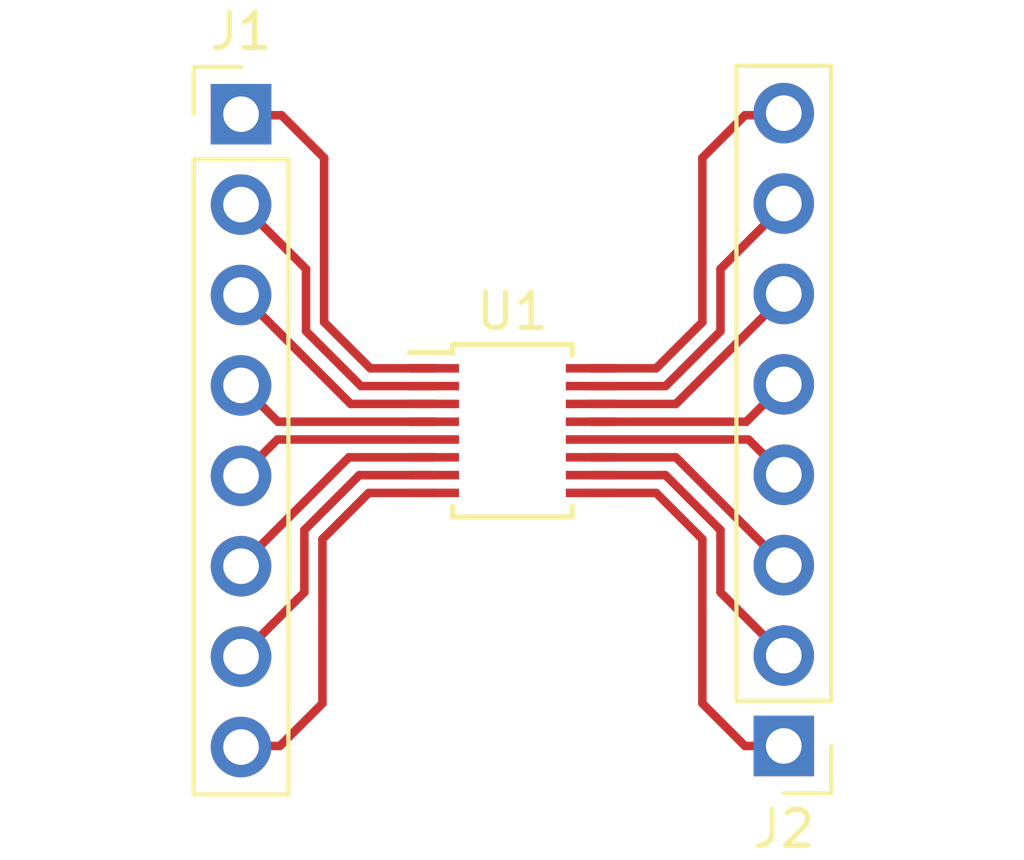
<source format=kicad_pcb>
(kicad_pcb (version 20171130) (host pcbnew 5.0.0)

  (general
    (thickness 1.6)
    (drawings 0)
    (tracks 52)
    (zones 0)
    (modules 3)
    (nets 17)
  )

  (page A4)
  (layers
    (0 F.Cu signal)
    (31 B.Cu signal)
    (32 B.Adhes user)
    (33 F.Adhes user)
    (34 B.Paste user)
    (35 F.Paste user)
    (36 B.SilkS user)
    (37 F.SilkS user)
    (38 B.Mask user)
    (39 F.Mask user)
    (40 Dwgs.User user)
    (41 Cmts.User user)
    (42 Eco1.User user)
    (43 Eco2.User user)
    (44 Edge.Cuts user)
    (45 Margin user)
    (46 B.CrtYd user)
    (47 F.CrtYd user)
    (48 B.Fab user)
    (49 F.Fab user)
  )

  (setup
    (last_trace_width 0.24)
    (trace_clearance 0.254)
    (zone_clearance 0.508)
    (zone_45_only no)
    (trace_min 0.2)
    (segment_width 0.2)
    (edge_width 0.15)
    (via_size 0.8)
    (via_drill 0.4)
    (via_min_size 0.4)
    (via_min_drill 0.3)
    (uvia_size 0.3)
    (uvia_drill 0.1)
    (uvias_allowed no)
    (uvia_min_size 0.2)
    (uvia_min_drill 0.1)
    (pcb_text_width 0.3)
    (pcb_text_size 1.5 1.5)
    (mod_edge_width 0.15)
    (mod_text_size 1 1)
    (mod_text_width 0.15)
    (pad_size 1.524 1.524)
    (pad_drill 0.762)
    (pad_to_mask_clearance 0.2)
    (aux_axis_origin 0 0)
    (grid_origin 25.654 23.876)
    (visible_elements FFFFFF7F)
    (pcbplotparams
      (layerselection 0x010fc_ffffffff)
      (usegerberextensions false)
      (usegerberattributes false)
      (usegerberadvancedattributes false)
      (creategerberjobfile false)
      (excludeedgelayer true)
      (linewidth 0.100000)
      (plotframeref false)
      (viasonmask false)
      (mode 1)
      (useauxorigin false)
      (hpglpennumber 1)
      (hpglpenspeed 20)
      (hpglpendiameter 15.000000)
      (psnegative false)
      (psa4output false)
      (plotreference true)
      (plotvalue true)
      (plotinvisibletext false)
      (padsonsilk false)
      (subtractmaskfromsilk false)
      (outputformat 1)
      (mirror false)
      (drillshape 1)
      (scaleselection 1)
      (outputdirectory ""))
  )

  (net 0 "")
  (net 1 1)
  (net 2 2)
  (net 3 3)
  (net 4 4)
  (net 5 5)
  (net 6 12)
  (net 7 13)
  (net 8 14)
  (net 9 15)
  (net 10 16)
  (net 11 6)
  (net 12 7)
  (net 13 8)
  (net 14 11)
  (net 15 10)
  (net 16 9)

  (net_class Default "This is the default net class."
    (clearance 0.254)
    (trace_width 0.24)
    (via_dia 0.8)
    (via_drill 0.4)
    (uvia_dia 0.3)
    (uvia_drill 0.1)
    (add_net 1)
    (add_net 10)
    (add_net 11)
    (add_net 12)
    (add_net 13)
    (add_net 14)
    (add_net 15)
    (add_net 16)
    (add_net 2)
    (add_net 3)
    (add_net 4)
    (add_net 5)
    (add_net 6)
    (add_net 7)
    (add_net 8)
    (add_net 9)
  )

  (module FSFootprints:MSOP-16_[LTC6820]_10_thou_compat (layer F.Cu) (tedit 5C883930) (tstamp 5C94C084)
    (at 33.274 32.766)
    (descr "10-Lead Plastic Micro Small Outline Package (MS) [MSOP] (see Microchip Packaging Specification 00000049BS.pdf)")
    (tags "SSOP 0.5")
    (path /5C8835D9)
    (attr smd)
    (fp_text reference U1 (at 0 -3.35) (layer F.SilkS)
      (effects (font (size 1 1) (thickness 0.15)))
    )
    (fp_text value LTC6820 (at 0 3.5) (layer F.Fab)
      (effects (font (size 1 1) (thickness 0.15)))
    )
    (fp_text user %R (at 0 0) (layer F.Fab)
      (effects (font (size 0.6 0.6) (thickness 0.15)))
    )
    (fp_line (start -1.675 -2.2) (end -2.9 -2.2) (layer F.SilkS) (width 0.15))
    (fp_line (start -1.675 2.425) (end 1.675 2.425) (layer F.SilkS) (width 0.15))
    (fp_line (start -1.675 -2.425) (end 1.675 -2.425) (layer F.SilkS) (width 0.15))
    (fp_line (start -1.675 2.425) (end -1.675 2.125) (layer F.SilkS) (width 0.15))
    (fp_line (start 1.675 2.425) (end 1.675 2.125) (layer F.SilkS) (width 0.15))
    (fp_line (start 1.675 -2.425) (end 1.675 -2.125) (layer F.SilkS) (width 0.15))
    (fp_line (start -1.675 -2.425) (end -1.675 -2.2) (layer F.SilkS) (width 0.15))
    (fp_line (start -3.15 2.6) (end 3.15 2.6) (layer F.CrtYd) (width 0.05))
    (fp_line (start -3.15 -2.6) (end 3.15 -2.6) (layer F.CrtYd) (width 0.05))
    (fp_line (start 3.15 -2.6) (end 3.15 2.6) (layer F.CrtYd) (width 0.05))
    (fp_line (start -3.15 -2.6) (end -3.15 2.6) (layer F.CrtYd) (width 0.05))
    (fp_line (start -1.5 -1) (end -0.5 -2) (layer F.Fab) (width 0.15))
    (fp_line (start -1.5 2) (end -1.5 -1) (layer F.Fab) (width 0.15))
    (fp_line (start 1.5 2) (end -1.5 2) (layer F.Fab) (width 0.15))
    (fp_line (start 1.5 -2) (end 1.5 2) (layer F.Fab) (width 0.15))
    (fp_line (start -0.5 -2) (end 1.5 -2) (layer F.Fab) (width 0.15))
    (pad 9 smd rect (at 2.2 1.75) (size 1.4 0.24) (layers F.Cu F.Paste F.Mask)
      (net 16 9))
    (pad 10 smd rect (at 2.2 1.25) (size 1.4 0.24) (layers F.Cu F.Paste F.Mask)
      (net 15 10))
    (pad 11 smd rect (at 2.2 0.75) (size 1.4 0.24) (layers F.Cu F.Paste F.Mask)
      (net 14 11))
    (pad 8 smd rect (at -2.2 1.75) (size 1.4 0.24) (layers F.Cu F.Paste F.Mask)
      (net 13 8))
    (pad 7 smd rect (at -2.2 1.25) (size 1.4 0.24) (layers F.Cu F.Paste F.Mask)
      (net 12 7))
    (pad 6 smd rect (at -2.2 0.75) (size 1.4 0.24) (layers F.Cu F.Paste F.Mask)
      (net 11 6))
    (pad 16 smd rect (at 2.2 -1.75) (size 1.4 0.24) (layers F.Cu F.Paste F.Mask)
      (net 10 16))
    (pad 15 smd rect (at 2.2 -1.25) (size 1.4 0.24) (layers F.Cu F.Paste F.Mask)
      (net 9 15))
    (pad 14 smd rect (at 2.2 -0.75) (size 1.4 0.24) (layers F.Cu F.Paste F.Mask)
      (net 8 14))
    (pad 13 smd rect (at 2.2 -0.25) (size 1.4 0.24) (layers F.Cu F.Paste F.Mask)
      (net 7 13))
    (pad 12 smd rect (at 2.2 0.25) (size 1.4 0.24) (layers F.Cu F.Paste F.Mask)
      (net 6 12))
    (pad 5 smd rect (at -2.2 0.25) (size 1.4 0.24) (layers F.Cu F.Paste F.Mask)
      (net 5 5))
    (pad 4 smd rect (at -2.2 -0.25) (size 1.4 0.24) (layers F.Cu F.Paste F.Mask)
      (net 4 4))
    (pad 3 smd rect (at -2.2 -0.75) (size 1.4 0.24) (layers F.Cu F.Paste F.Mask)
      (net 3 3))
    (pad 2 smd rect (at -2.2 -1.25) (size 1.4 0.24) (layers F.Cu F.Paste F.Mask)
      (net 2 2))
    (pad 1 smd rect (at -2.2 -1.75) (size 1.4 0.24) (layers F.Cu F.Paste F.Mask)
      (net 1 1))
    (model ${KISYS3DMOD}/Package_SO.3dshapes/MSOP-16_3x4mm_P0.5mm.wrl
      (at (xyz 0 0 0))
      (scale (xyz 1 1 1))
      (rotate (xyz 0 0 0))
    )
  )

  (module Connector_PinHeader_2.54mm:PinHeader_1x08_P2.54mm_Vertical (layer F.Cu) (tedit 59FED5CC) (tstamp 5C94C713)
    (at 40.894 41.626 180)
    (descr "Through hole straight pin header, 1x08, 2.54mm pitch, single row")
    (tags "Through hole pin header THT 1x08 2.54mm single row")
    (path /5C883947)
    (fp_text reference J2 (at 0 -2.33 180) (layer F.SilkS)
      (effects (font (size 1 1) (thickness 0.15)))
    )
    (fp_text value Conn_01x08_Male (at 0 20.11 180) (layer F.Fab)
      (effects (font (size 1 1) (thickness 0.15)))
    )
    (fp_text user %R (at 0 8.89 270) (layer F.Fab)
      (effects (font (size 1 1) (thickness 0.15)))
    )
    (fp_line (start 1.8 -1.8) (end -1.8 -1.8) (layer F.CrtYd) (width 0.05))
    (fp_line (start 1.8 19.55) (end 1.8 -1.8) (layer F.CrtYd) (width 0.05))
    (fp_line (start -1.8 19.55) (end 1.8 19.55) (layer F.CrtYd) (width 0.05))
    (fp_line (start -1.8 -1.8) (end -1.8 19.55) (layer F.CrtYd) (width 0.05))
    (fp_line (start -1.33 -1.33) (end 0 -1.33) (layer F.SilkS) (width 0.12))
    (fp_line (start -1.33 0) (end -1.33 -1.33) (layer F.SilkS) (width 0.12))
    (fp_line (start -1.33 1.27) (end 1.33 1.27) (layer F.SilkS) (width 0.12))
    (fp_line (start 1.33 1.27) (end 1.33 19.11) (layer F.SilkS) (width 0.12))
    (fp_line (start -1.33 1.27) (end -1.33 19.11) (layer F.SilkS) (width 0.12))
    (fp_line (start -1.33 19.11) (end 1.33 19.11) (layer F.SilkS) (width 0.12))
    (fp_line (start -1.27 -0.635) (end -0.635 -1.27) (layer F.Fab) (width 0.1))
    (fp_line (start -1.27 19.05) (end -1.27 -0.635) (layer F.Fab) (width 0.1))
    (fp_line (start 1.27 19.05) (end -1.27 19.05) (layer F.Fab) (width 0.1))
    (fp_line (start 1.27 -1.27) (end 1.27 19.05) (layer F.Fab) (width 0.1))
    (fp_line (start -0.635 -1.27) (end 1.27 -1.27) (layer F.Fab) (width 0.1))
    (pad 8 thru_hole oval (at 0 17.78 180) (size 1.7 1.7) (drill 1) (layers *.Cu *.Mask)
      (net 10 16))
    (pad 7 thru_hole oval (at 0 15.24 180) (size 1.7 1.7) (drill 1) (layers *.Cu *.Mask)
      (net 9 15))
    (pad 6 thru_hole oval (at 0 12.7 180) (size 1.7 1.7) (drill 1) (layers *.Cu *.Mask)
      (net 8 14))
    (pad 5 thru_hole oval (at 0 10.16 180) (size 1.7 1.7) (drill 1) (layers *.Cu *.Mask)
      (net 7 13))
    (pad 4 thru_hole oval (at 0 7.62 180) (size 1.7 1.7) (drill 1) (layers *.Cu *.Mask)
      (net 6 12))
    (pad 3 thru_hole oval (at 0 5.08 180) (size 1.7 1.7) (drill 1) (layers *.Cu *.Mask)
      (net 14 11))
    (pad 2 thru_hole oval (at 0 2.54 180) (size 1.7 1.7) (drill 1) (layers *.Cu *.Mask)
      (net 15 10))
    (pad 1 thru_hole rect (at 0 0 180) (size 1.7 1.7) (drill 1) (layers *.Cu *.Mask)
      (net 16 9))
    (model ${KISYS3DMOD}/Connector_PinHeader_2.54mm.3dshapes/PinHeader_1x08_P2.54mm_Vertical.wrl
      (at (xyz 0 0 0))
      (scale (xyz 1 1 1))
      (rotate (xyz 0 0 0))
    )
  )

  (module Connector_PinHeader_2.54mm:PinHeader_1x08_P2.54mm_Vertical (layer F.Cu) (tedit 59FED5CC) (tstamp 5C94C0A0)
    (at 25.654 23.876)
    (descr "Through hole straight pin header, 1x08, 2.54mm pitch, single row")
    (tags "Through hole pin header THT 1x08 2.54mm single row")
    (path /5C88372F)
    (fp_text reference J1 (at 0 -2.33) (layer F.SilkS)
      (effects (font (size 1 1) (thickness 0.15)))
    )
    (fp_text value Conn_01x08_Male (at 0 20.11) (layer F.Fab)
      (effects (font (size 1 1) (thickness 0.15)))
    )
    (fp_line (start -0.635 -1.27) (end 1.27 -1.27) (layer F.Fab) (width 0.1))
    (fp_line (start 1.27 -1.27) (end 1.27 19.05) (layer F.Fab) (width 0.1))
    (fp_line (start 1.27 19.05) (end -1.27 19.05) (layer F.Fab) (width 0.1))
    (fp_line (start -1.27 19.05) (end -1.27 -0.635) (layer F.Fab) (width 0.1))
    (fp_line (start -1.27 -0.635) (end -0.635 -1.27) (layer F.Fab) (width 0.1))
    (fp_line (start -1.33 19.11) (end 1.33 19.11) (layer F.SilkS) (width 0.12))
    (fp_line (start -1.33 1.27) (end -1.33 19.11) (layer F.SilkS) (width 0.12))
    (fp_line (start 1.33 1.27) (end 1.33 19.11) (layer F.SilkS) (width 0.12))
    (fp_line (start -1.33 1.27) (end 1.33 1.27) (layer F.SilkS) (width 0.12))
    (fp_line (start -1.33 0) (end -1.33 -1.33) (layer F.SilkS) (width 0.12))
    (fp_line (start -1.33 -1.33) (end 0 -1.33) (layer F.SilkS) (width 0.12))
    (fp_line (start -1.8 -1.8) (end -1.8 19.55) (layer F.CrtYd) (width 0.05))
    (fp_line (start -1.8 19.55) (end 1.8 19.55) (layer F.CrtYd) (width 0.05))
    (fp_line (start 1.8 19.55) (end 1.8 -1.8) (layer F.CrtYd) (width 0.05))
    (fp_line (start 1.8 -1.8) (end -1.8 -1.8) (layer F.CrtYd) (width 0.05))
    (fp_text user %R (at 3.779166 8.89 90) (layer F.Fab)
      (effects (font (size 1 1) (thickness 0.15)))
    )
    (pad 1 thru_hole rect (at 0 0) (size 1.7 1.7) (drill 1) (layers *.Cu *.Mask)
      (net 1 1))
    (pad 2 thru_hole oval (at 0 2.54) (size 1.7 1.7) (drill 1) (layers *.Cu *.Mask)
      (net 2 2))
    (pad 3 thru_hole oval (at 0 5.08) (size 1.7 1.7) (drill 1) (layers *.Cu *.Mask)
      (net 3 3))
    (pad 4 thru_hole oval (at 0 7.62) (size 1.7 1.7) (drill 1) (layers *.Cu *.Mask)
      (net 4 4))
    (pad 5 thru_hole oval (at 0 10.16) (size 1.7 1.7) (drill 1) (layers *.Cu *.Mask)
      (net 5 5))
    (pad 6 thru_hole oval (at 0 12.7) (size 1.7 1.7) (drill 1) (layers *.Cu *.Mask)
      (net 11 6))
    (pad 7 thru_hole oval (at 0 15.24) (size 1.7 1.7) (drill 1) (layers *.Cu *.Mask)
      (net 12 7))
    (pad 8 thru_hole oval (at 0 17.78) (size 1.7 1.7) (drill 1) (layers *.Cu *.Mask)
      (net 13 8))
    (model ${KISYS3DMOD}/Connector_PinHeader_2.54mm.3dshapes/PinHeader_1x08_P2.54mm_Vertical.wrl
      (at (xyz 0 0 0))
      (scale (xyz 1 1 1))
      (rotate (xyz 0 0 0))
    )
  )

  (segment (start 25.654 36.546) (end 28.684 33.516) (width 0.24) (layer F.Cu) (net 11) (tstamp 5C94D83D))
  (segment (start 28.684 33.516) (end 31.074 33.516) (width 0.24) (layer F.Cu) (net 11) (tstamp 5C94D847))
  (segment (start 27.432 35.56) (end 27.432 37.308) (width 0.24) (layer F.Cu) (net 12) (tstamp 5C94D83C))
  (segment (start 28.976 34.016) (end 27.432 35.56) (width 0.24) (layer F.Cu) (net 12) (tstamp 5C94D83F))
  (segment (start 27.432 37.308) (end 25.654 39.086) (width 0.24) (layer F.Cu) (net 12) (tstamp 5C94D842))
  (segment (start 31.074 34.016) (end 28.976 34.016) (width 0.24) (layer F.Cu) (net 12) (tstamp 5C94D845))
  (segment (start 27.94 35.814) (end 27.94 40.43) (width 0.24) (layer F.Cu) (net 13) (tstamp 5C94D840))
  (segment (start 31.074 34.516) (end 29.238 34.516) (width 0.24) (layer F.Cu) (net 13) (tstamp 5C94D841))
  (segment (start 29.238 34.516) (end 27.94 35.814) (width 0.24) (layer F.Cu) (net 13) (tstamp 5C94D843))
  (segment (start 26.744 41.626) (end 25.654 41.626) (width 0.24) (layer F.Cu) (net 13) (tstamp 5C94D844))
  (segment (start 27.94 40.43) (end 26.744 41.626) (width 0.24) (layer F.Cu) (net 13) (tstamp 5C94D848))
  (segment (start 40.894 28.986) (end 37.864 32.016) (width 0.24) (layer F.Cu) (net 8) (tstamp 5C94D83D))
  (segment (start 37.864 32.016) (end 35.474 32.016) (width 0.24) (layer F.Cu) (net 8) (tstamp 5C94D847))
  (segment (start 39.116 29.972) (end 39.116 28.224) (width 0.24) (layer F.Cu) (net 9) (tstamp 5C94D83C))
  (segment (start 37.572 31.516) (end 39.116 29.972) (width 0.24) (layer F.Cu) (net 9) (tstamp 5C94D83F))
  (segment (start 39.116 28.224) (end 40.894 26.446) (width 0.24) (layer F.Cu) (net 9) (tstamp 5C94D842))
  (segment (start 35.474 31.516) (end 37.572 31.516) (width 0.24) (layer F.Cu) (net 9) (tstamp 5C94D845))
  (segment (start 38.608 29.718) (end 38.608 25.102) (width 0.24) (layer F.Cu) (net 10) (tstamp 5C94D840))
  (segment (start 35.474 31.016) (end 37.31 31.016) (width 0.24) (layer F.Cu) (net 10) (tstamp 5C94D841))
  (segment (start 37.31 31.016) (end 38.608 29.718) (width 0.24) (layer F.Cu) (net 10) (tstamp 5C94D843))
  (segment (start 39.804 23.906) (end 40.894 23.906) (width 0.24) (layer F.Cu) (net 10) (tstamp 5C94D844))
  (segment (start 38.608 25.102) (end 39.804 23.906) (width 0.24) (layer F.Cu) (net 10) (tstamp 5C94D848))
  (segment (start 40.894 34.006) (end 39.904 33.016) (width 0.24) (layer F.Cu) (net 6))
  (segment (start 39.904 33.016) (end 35.474 33.016) (width 0.24) (layer F.Cu) (net 6))
  (segment (start 26.690797 32.515791) (end 31.120797 32.515791) (width 0.24) (layer F.Cu) (net 4) (tstamp 5C94D8FB))
  (segment (start 25.700797 31.525791) (end 26.690797 32.515791) (width 0.24) (layer F.Cu) (net 4) (tstamp 5C94D903))
  (segment (start 40.894 36.546) (end 37.864 33.516) (width 0.24) (layer F.Cu) (net 14))
  (segment (start 37.864 33.516) (end 35.474 33.516) (width 0.24) (layer F.Cu) (net 14))
  (segment (start 25.700797 28.985791) (end 28.730797 32.015791) (width 0.24) (layer F.Cu) (net 3) (tstamp 5C94D8FA))
  (segment (start 28.730797 32.015791) (end 31.120797 32.015791) (width 0.24) (layer F.Cu) (net 3) (tstamp 5C94D904))
  (segment (start 39.116 35.56) (end 39.116 37.308) (width 0.24) (layer F.Cu) (net 15))
  (segment (start 37.572 34.016) (end 39.116 35.56) (width 0.24) (layer F.Cu) (net 15))
  (segment (start 39.116 37.308) (end 40.894 39.086) (width 0.24) (layer F.Cu) (net 15))
  (segment (start 35.474 34.016) (end 37.572 34.016) (width 0.24) (layer F.Cu) (net 15))
  (segment (start 27.478797 29.971791) (end 27.478797 28.223791) (width 0.24) (layer F.Cu) (net 2) (tstamp 5C94D8F9))
  (segment (start 29.022797 31.515791) (end 27.478797 29.971791) (width 0.24) (layer F.Cu) (net 2) (tstamp 5C94D8FC))
  (segment (start 27.478797 28.223791) (end 25.700797 26.445791) (width 0.24) (layer F.Cu) (net 2) (tstamp 5C94D8FF))
  (segment (start 31.120797 31.515791) (end 29.022797 31.515791) (width 0.24) (layer F.Cu) (net 2) (tstamp 5C94D902))
  (segment (start 35.474 34.516) (end 37.31 34.516) (width 0.24) (layer F.Cu) (net 16))
  (segment (start 37.31 34.516) (end 38.608 35.814) (width 0.24) (layer F.Cu) (net 16))
  (segment (start 39.804 41.626) (end 40.894 41.626) (width 0.24) (layer F.Cu) (net 16))
  (segment (start 38.608 35.814) (end 38.608 40.43) (width 0.24) (layer F.Cu) (net 16))
  (segment (start 38.608 40.43) (end 39.804 41.626) (width 0.24) (layer F.Cu) (net 16))
  (segment (start 27.986797 29.717791) (end 27.986797 25.101791) (width 0.24) (layer F.Cu) (net 1) (tstamp 5C94D8FD))
  (segment (start 31.120797 31.015791) (end 29.284797 31.015791) (width 0.24) (layer F.Cu) (net 1) (tstamp 5C94D8FE))
  (segment (start 29.284797 31.015791) (end 27.986797 29.717791) (width 0.24) (layer F.Cu) (net 1) (tstamp 5C94D900))
  (segment (start 26.790797 23.905791) (end 25.700797 23.905791) (width 0.24) (layer F.Cu) (net 1) (tstamp 5C94D901))
  (segment (start 27.986797 25.101791) (end 26.790797 23.905791) (width 0.24) (layer F.Cu) (net 1) (tstamp 5C94D905))
  (segment (start 26.674 33.016) (end 25.654 34.036) (width 0.24) (layer F.Cu) (net 5))
  (segment (start 31.074 33.016) (end 26.674 33.016) (width 0.24) (layer F.Cu) (net 5))
  (segment (start 39.844 32.516) (end 40.894 31.466) (width 0.24) (layer F.Cu) (net 7))
  (segment (start 35.474 32.516) (end 39.844 32.516) (width 0.24) (layer F.Cu) (net 7))

)

</source>
